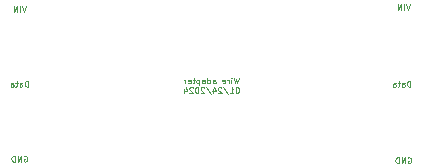
<source format=gbo>
G04 #@! TF.GenerationSoftware,KiCad,Pcbnew,7.0.2-0*
G04 #@! TF.CreationDate,2024-01-28T15:47:01-06:00*
G04 #@! TF.ProjectId,wire_adapter,77697265-5f61-4646-9170-7465722e6b69,rev?*
G04 #@! TF.SameCoordinates,Original*
G04 #@! TF.FileFunction,Legend,Bot*
G04 #@! TF.FilePolarity,Positive*
%FSLAX46Y46*%
G04 Gerber Fmt 4.6, Leading zero omitted, Abs format (unit mm)*
G04 Created by KiCad (PCBNEW 7.0.2-0) date 2024-01-28 15:47:01*
%MOMM*%
%LPD*%
G01*
G04 APERTURE LIST*
%ADD10C,0.125000*%
%ADD11C,2.600000*%
G04 APERTURE END LIST*
D10*
X128904952Y-101355119D02*
X128952571Y-101331309D01*
X128952571Y-101331309D02*
X129024000Y-101331309D01*
X129024000Y-101331309D02*
X129095428Y-101355119D01*
X129095428Y-101355119D02*
X129143047Y-101402738D01*
X129143047Y-101402738D02*
X129166857Y-101450357D01*
X129166857Y-101450357D02*
X129190666Y-101545595D01*
X129190666Y-101545595D02*
X129190666Y-101617023D01*
X129190666Y-101617023D02*
X129166857Y-101712261D01*
X129166857Y-101712261D02*
X129143047Y-101759880D01*
X129143047Y-101759880D02*
X129095428Y-101807500D01*
X129095428Y-101807500D02*
X129024000Y-101831309D01*
X129024000Y-101831309D02*
X128976381Y-101831309D01*
X128976381Y-101831309D02*
X128904952Y-101807500D01*
X128904952Y-101807500D02*
X128881143Y-101783690D01*
X128881143Y-101783690D02*
X128881143Y-101617023D01*
X128881143Y-101617023D02*
X128976381Y-101617023D01*
X128666857Y-101831309D02*
X128666857Y-101331309D01*
X128666857Y-101331309D02*
X128381143Y-101831309D01*
X128381143Y-101831309D02*
X128381143Y-101331309D01*
X128143047Y-101831309D02*
X128143047Y-101331309D01*
X128143047Y-101331309D02*
X128023999Y-101331309D01*
X128023999Y-101331309D02*
X127952571Y-101355119D01*
X127952571Y-101355119D02*
X127904952Y-101402738D01*
X127904952Y-101402738D02*
X127881142Y-101450357D01*
X127881142Y-101450357D02*
X127857333Y-101545595D01*
X127857333Y-101545595D02*
X127857333Y-101617023D01*
X127857333Y-101617023D02*
X127881142Y-101712261D01*
X127881142Y-101712261D02*
X127904952Y-101759880D01*
X127904952Y-101759880D02*
X127952571Y-101807500D01*
X127952571Y-101807500D02*
X128023999Y-101831309D01*
X128023999Y-101831309D02*
X128143047Y-101831309D01*
X161416952Y-101482119D02*
X161464571Y-101458309D01*
X161464571Y-101458309D02*
X161536000Y-101458309D01*
X161536000Y-101458309D02*
X161607428Y-101482119D01*
X161607428Y-101482119D02*
X161655047Y-101529738D01*
X161655047Y-101529738D02*
X161678857Y-101577357D01*
X161678857Y-101577357D02*
X161702666Y-101672595D01*
X161702666Y-101672595D02*
X161702666Y-101744023D01*
X161702666Y-101744023D02*
X161678857Y-101839261D01*
X161678857Y-101839261D02*
X161655047Y-101886880D01*
X161655047Y-101886880D02*
X161607428Y-101934500D01*
X161607428Y-101934500D02*
X161536000Y-101958309D01*
X161536000Y-101958309D02*
X161488381Y-101958309D01*
X161488381Y-101958309D02*
X161416952Y-101934500D01*
X161416952Y-101934500D02*
X161393143Y-101910690D01*
X161393143Y-101910690D02*
X161393143Y-101744023D01*
X161393143Y-101744023D02*
X161488381Y-101744023D01*
X161178857Y-101958309D02*
X161178857Y-101458309D01*
X161178857Y-101458309D02*
X160893143Y-101958309D01*
X160893143Y-101958309D02*
X160893143Y-101458309D01*
X160655047Y-101958309D02*
X160655047Y-101458309D01*
X160655047Y-101458309D02*
X160535999Y-101458309D01*
X160535999Y-101458309D02*
X160464571Y-101482119D01*
X160464571Y-101482119D02*
X160416952Y-101529738D01*
X160416952Y-101529738D02*
X160393142Y-101577357D01*
X160393142Y-101577357D02*
X160369333Y-101672595D01*
X160369333Y-101672595D02*
X160369333Y-101744023D01*
X160369333Y-101744023D02*
X160393142Y-101839261D01*
X160393142Y-101839261D02*
X160416952Y-101886880D01*
X160416952Y-101886880D02*
X160464571Y-101934500D01*
X160464571Y-101934500D02*
X160535999Y-101958309D01*
X160535999Y-101958309D02*
X160655047Y-101958309D01*
X129250190Y-95481309D02*
X129250190Y-94981309D01*
X129250190Y-94981309D02*
X129131142Y-94981309D01*
X129131142Y-94981309D02*
X129059714Y-95005119D01*
X129059714Y-95005119D02*
X129012095Y-95052738D01*
X129012095Y-95052738D02*
X128988285Y-95100357D01*
X128988285Y-95100357D02*
X128964476Y-95195595D01*
X128964476Y-95195595D02*
X128964476Y-95267023D01*
X128964476Y-95267023D02*
X128988285Y-95362261D01*
X128988285Y-95362261D02*
X129012095Y-95409880D01*
X129012095Y-95409880D02*
X129059714Y-95457500D01*
X129059714Y-95457500D02*
X129131142Y-95481309D01*
X129131142Y-95481309D02*
X129250190Y-95481309D01*
X128535904Y-95481309D02*
X128535904Y-95219404D01*
X128535904Y-95219404D02*
X128559714Y-95171785D01*
X128559714Y-95171785D02*
X128607333Y-95147976D01*
X128607333Y-95147976D02*
X128702571Y-95147976D01*
X128702571Y-95147976D02*
X128750190Y-95171785D01*
X128535904Y-95457500D02*
X128583523Y-95481309D01*
X128583523Y-95481309D02*
X128702571Y-95481309D01*
X128702571Y-95481309D02*
X128750190Y-95457500D01*
X128750190Y-95457500D02*
X128773999Y-95409880D01*
X128773999Y-95409880D02*
X128773999Y-95362261D01*
X128773999Y-95362261D02*
X128750190Y-95314642D01*
X128750190Y-95314642D02*
X128702571Y-95290833D01*
X128702571Y-95290833D02*
X128583523Y-95290833D01*
X128583523Y-95290833D02*
X128535904Y-95267023D01*
X128369237Y-95147976D02*
X128178761Y-95147976D01*
X128297809Y-94981309D02*
X128297809Y-95409880D01*
X128297809Y-95409880D02*
X128273999Y-95457500D01*
X128273999Y-95457500D02*
X128226380Y-95481309D01*
X128226380Y-95481309D02*
X128178761Y-95481309D01*
X127797809Y-95481309D02*
X127797809Y-95219404D01*
X127797809Y-95219404D02*
X127821619Y-95171785D01*
X127821619Y-95171785D02*
X127869238Y-95147976D01*
X127869238Y-95147976D02*
X127964476Y-95147976D01*
X127964476Y-95147976D02*
X128012095Y-95171785D01*
X127797809Y-95457500D02*
X127845428Y-95481309D01*
X127845428Y-95481309D02*
X127964476Y-95481309D01*
X127964476Y-95481309D02*
X128012095Y-95457500D01*
X128012095Y-95457500D02*
X128035904Y-95409880D01*
X128035904Y-95409880D02*
X128035904Y-95362261D01*
X128035904Y-95362261D02*
X128012095Y-95314642D01*
X128012095Y-95314642D02*
X127964476Y-95290833D01*
X127964476Y-95290833D02*
X127845428Y-95290833D01*
X127845428Y-95290833D02*
X127797809Y-95267023D01*
X161635190Y-95481309D02*
X161635190Y-94981309D01*
X161635190Y-94981309D02*
X161516142Y-94981309D01*
X161516142Y-94981309D02*
X161444714Y-95005119D01*
X161444714Y-95005119D02*
X161397095Y-95052738D01*
X161397095Y-95052738D02*
X161373285Y-95100357D01*
X161373285Y-95100357D02*
X161349476Y-95195595D01*
X161349476Y-95195595D02*
X161349476Y-95267023D01*
X161349476Y-95267023D02*
X161373285Y-95362261D01*
X161373285Y-95362261D02*
X161397095Y-95409880D01*
X161397095Y-95409880D02*
X161444714Y-95457500D01*
X161444714Y-95457500D02*
X161516142Y-95481309D01*
X161516142Y-95481309D02*
X161635190Y-95481309D01*
X160920904Y-95481309D02*
X160920904Y-95219404D01*
X160920904Y-95219404D02*
X160944714Y-95171785D01*
X160944714Y-95171785D02*
X160992333Y-95147976D01*
X160992333Y-95147976D02*
X161087571Y-95147976D01*
X161087571Y-95147976D02*
X161135190Y-95171785D01*
X160920904Y-95457500D02*
X160968523Y-95481309D01*
X160968523Y-95481309D02*
X161087571Y-95481309D01*
X161087571Y-95481309D02*
X161135190Y-95457500D01*
X161135190Y-95457500D02*
X161158999Y-95409880D01*
X161158999Y-95409880D02*
X161158999Y-95362261D01*
X161158999Y-95362261D02*
X161135190Y-95314642D01*
X161135190Y-95314642D02*
X161087571Y-95290833D01*
X161087571Y-95290833D02*
X160968523Y-95290833D01*
X160968523Y-95290833D02*
X160920904Y-95267023D01*
X160754237Y-95147976D02*
X160563761Y-95147976D01*
X160682809Y-94981309D02*
X160682809Y-95409880D01*
X160682809Y-95409880D02*
X160658999Y-95457500D01*
X160658999Y-95457500D02*
X160611380Y-95481309D01*
X160611380Y-95481309D02*
X160563761Y-95481309D01*
X160182809Y-95481309D02*
X160182809Y-95219404D01*
X160182809Y-95219404D02*
X160206619Y-95171785D01*
X160206619Y-95171785D02*
X160254238Y-95147976D01*
X160254238Y-95147976D02*
X160349476Y-95147976D01*
X160349476Y-95147976D02*
X160397095Y-95171785D01*
X160182809Y-95457500D02*
X160230428Y-95481309D01*
X160230428Y-95481309D02*
X160349476Y-95481309D01*
X160349476Y-95481309D02*
X160397095Y-95457500D01*
X160397095Y-95457500D02*
X160420904Y-95409880D01*
X160420904Y-95409880D02*
X160420904Y-95362261D01*
X160420904Y-95362261D02*
X160397095Y-95314642D01*
X160397095Y-95314642D02*
X160349476Y-95290833D01*
X160349476Y-95290833D02*
X160230428Y-95290833D01*
X160230428Y-95290833D02*
X160182809Y-95267023D01*
X129071618Y-88631309D02*
X128904952Y-89131309D01*
X128904952Y-89131309D02*
X128738285Y-88631309D01*
X128571619Y-89131309D02*
X128571619Y-88631309D01*
X128333524Y-89131309D02*
X128333524Y-88631309D01*
X128333524Y-88631309D02*
X128047810Y-89131309D01*
X128047810Y-89131309D02*
X128047810Y-88631309D01*
X161583618Y-88504309D02*
X161416952Y-89004309D01*
X161416952Y-89004309D02*
X161250285Y-88504309D01*
X161083619Y-89004309D02*
X161083619Y-88504309D01*
X160845524Y-89004309D02*
X160845524Y-88504309D01*
X160845524Y-88504309D02*
X160559810Y-89004309D01*
X160559810Y-89004309D02*
X160559810Y-88504309D01*
X147089523Y-94703309D02*
X146970475Y-95203309D01*
X146970475Y-95203309D02*
X146875237Y-94846166D01*
X146875237Y-94846166D02*
X146779999Y-95203309D01*
X146779999Y-95203309D02*
X146660952Y-94703309D01*
X146470475Y-95203309D02*
X146470475Y-94869976D01*
X146470475Y-94703309D02*
X146494284Y-94727119D01*
X146494284Y-94727119D02*
X146470475Y-94750928D01*
X146470475Y-94750928D02*
X146446665Y-94727119D01*
X146446665Y-94727119D02*
X146470475Y-94703309D01*
X146470475Y-94703309D02*
X146470475Y-94750928D01*
X146232380Y-95203309D02*
X146232380Y-94869976D01*
X146232380Y-94965214D02*
X146208570Y-94917595D01*
X146208570Y-94917595D02*
X146184761Y-94893785D01*
X146184761Y-94893785D02*
X146137142Y-94869976D01*
X146137142Y-94869976D02*
X146089523Y-94869976D01*
X145732380Y-95179500D02*
X145779999Y-95203309D01*
X145779999Y-95203309D02*
X145875237Y-95203309D01*
X145875237Y-95203309D02*
X145922856Y-95179500D01*
X145922856Y-95179500D02*
X145946665Y-95131880D01*
X145946665Y-95131880D02*
X145946665Y-94941404D01*
X145946665Y-94941404D02*
X145922856Y-94893785D01*
X145922856Y-94893785D02*
X145875237Y-94869976D01*
X145875237Y-94869976D02*
X145779999Y-94869976D01*
X145779999Y-94869976D02*
X145732380Y-94893785D01*
X145732380Y-94893785D02*
X145708570Y-94941404D01*
X145708570Y-94941404D02*
X145708570Y-94989023D01*
X145708570Y-94989023D02*
X145946665Y-95036642D01*
X144899047Y-95203309D02*
X144899047Y-94941404D01*
X144899047Y-94941404D02*
X144922857Y-94893785D01*
X144922857Y-94893785D02*
X144970476Y-94869976D01*
X144970476Y-94869976D02*
X145065714Y-94869976D01*
X145065714Y-94869976D02*
X145113333Y-94893785D01*
X144899047Y-95179500D02*
X144946666Y-95203309D01*
X144946666Y-95203309D02*
X145065714Y-95203309D01*
X145065714Y-95203309D02*
X145113333Y-95179500D01*
X145113333Y-95179500D02*
X145137142Y-95131880D01*
X145137142Y-95131880D02*
X145137142Y-95084261D01*
X145137142Y-95084261D02*
X145113333Y-95036642D01*
X145113333Y-95036642D02*
X145065714Y-95012833D01*
X145065714Y-95012833D02*
X144946666Y-95012833D01*
X144946666Y-95012833D02*
X144899047Y-94989023D01*
X144446666Y-95203309D02*
X144446666Y-94703309D01*
X144446666Y-95179500D02*
X144494285Y-95203309D01*
X144494285Y-95203309D02*
X144589523Y-95203309D01*
X144589523Y-95203309D02*
X144637142Y-95179500D01*
X144637142Y-95179500D02*
X144660952Y-95155690D01*
X144660952Y-95155690D02*
X144684761Y-95108071D01*
X144684761Y-95108071D02*
X144684761Y-94965214D01*
X144684761Y-94965214D02*
X144660952Y-94917595D01*
X144660952Y-94917595D02*
X144637142Y-94893785D01*
X144637142Y-94893785D02*
X144589523Y-94869976D01*
X144589523Y-94869976D02*
X144494285Y-94869976D01*
X144494285Y-94869976D02*
X144446666Y-94893785D01*
X143994285Y-95203309D02*
X143994285Y-94941404D01*
X143994285Y-94941404D02*
X144018095Y-94893785D01*
X144018095Y-94893785D02*
X144065714Y-94869976D01*
X144065714Y-94869976D02*
X144160952Y-94869976D01*
X144160952Y-94869976D02*
X144208571Y-94893785D01*
X143994285Y-95179500D02*
X144041904Y-95203309D01*
X144041904Y-95203309D02*
X144160952Y-95203309D01*
X144160952Y-95203309D02*
X144208571Y-95179500D01*
X144208571Y-95179500D02*
X144232380Y-95131880D01*
X144232380Y-95131880D02*
X144232380Y-95084261D01*
X144232380Y-95084261D02*
X144208571Y-95036642D01*
X144208571Y-95036642D02*
X144160952Y-95012833D01*
X144160952Y-95012833D02*
X144041904Y-95012833D01*
X144041904Y-95012833D02*
X143994285Y-94989023D01*
X143756190Y-94869976D02*
X143756190Y-95369976D01*
X143756190Y-94893785D02*
X143708571Y-94869976D01*
X143708571Y-94869976D02*
X143613333Y-94869976D01*
X143613333Y-94869976D02*
X143565714Y-94893785D01*
X143565714Y-94893785D02*
X143541904Y-94917595D01*
X143541904Y-94917595D02*
X143518095Y-94965214D01*
X143518095Y-94965214D02*
X143518095Y-95108071D01*
X143518095Y-95108071D02*
X143541904Y-95155690D01*
X143541904Y-95155690D02*
X143565714Y-95179500D01*
X143565714Y-95179500D02*
X143613333Y-95203309D01*
X143613333Y-95203309D02*
X143708571Y-95203309D01*
X143708571Y-95203309D02*
X143756190Y-95179500D01*
X143375237Y-94869976D02*
X143184761Y-94869976D01*
X143303809Y-94703309D02*
X143303809Y-95131880D01*
X143303809Y-95131880D02*
X143279999Y-95179500D01*
X143279999Y-95179500D02*
X143232380Y-95203309D01*
X143232380Y-95203309D02*
X143184761Y-95203309D01*
X142827619Y-95179500D02*
X142875238Y-95203309D01*
X142875238Y-95203309D02*
X142970476Y-95203309D01*
X142970476Y-95203309D02*
X143018095Y-95179500D01*
X143018095Y-95179500D02*
X143041904Y-95131880D01*
X143041904Y-95131880D02*
X143041904Y-94941404D01*
X143041904Y-94941404D02*
X143018095Y-94893785D01*
X143018095Y-94893785D02*
X142970476Y-94869976D01*
X142970476Y-94869976D02*
X142875238Y-94869976D01*
X142875238Y-94869976D02*
X142827619Y-94893785D01*
X142827619Y-94893785D02*
X142803809Y-94941404D01*
X142803809Y-94941404D02*
X142803809Y-94989023D01*
X142803809Y-94989023D02*
X143041904Y-95036642D01*
X142589524Y-95203309D02*
X142589524Y-94869976D01*
X142589524Y-94965214D02*
X142565714Y-94917595D01*
X142565714Y-94917595D02*
X142541905Y-94893785D01*
X142541905Y-94893785D02*
X142494286Y-94869976D01*
X142494286Y-94869976D02*
X142446667Y-94869976D01*
X146994284Y-95513309D02*
X146946665Y-95513309D01*
X146946665Y-95513309D02*
X146899046Y-95537119D01*
X146899046Y-95537119D02*
X146875236Y-95560928D01*
X146875236Y-95560928D02*
X146851427Y-95608547D01*
X146851427Y-95608547D02*
X146827617Y-95703785D01*
X146827617Y-95703785D02*
X146827617Y-95822833D01*
X146827617Y-95822833D02*
X146851427Y-95918071D01*
X146851427Y-95918071D02*
X146875236Y-95965690D01*
X146875236Y-95965690D02*
X146899046Y-95989500D01*
X146899046Y-95989500D02*
X146946665Y-96013309D01*
X146946665Y-96013309D02*
X146994284Y-96013309D01*
X146994284Y-96013309D02*
X147041903Y-95989500D01*
X147041903Y-95989500D02*
X147065712Y-95965690D01*
X147065712Y-95965690D02*
X147089522Y-95918071D01*
X147089522Y-95918071D02*
X147113331Y-95822833D01*
X147113331Y-95822833D02*
X147113331Y-95703785D01*
X147113331Y-95703785D02*
X147089522Y-95608547D01*
X147089522Y-95608547D02*
X147065712Y-95560928D01*
X147065712Y-95560928D02*
X147041903Y-95537119D01*
X147041903Y-95537119D02*
X146994284Y-95513309D01*
X146351427Y-96013309D02*
X146637141Y-96013309D01*
X146494284Y-96013309D02*
X146494284Y-95513309D01*
X146494284Y-95513309D02*
X146541903Y-95584738D01*
X146541903Y-95584738D02*
X146589522Y-95632357D01*
X146589522Y-95632357D02*
X146637141Y-95656166D01*
X145779999Y-95489500D02*
X146208570Y-96132357D01*
X145637141Y-95560928D02*
X145613332Y-95537119D01*
X145613332Y-95537119D02*
X145565713Y-95513309D01*
X145565713Y-95513309D02*
X145446665Y-95513309D01*
X145446665Y-95513309D02*
X145399046Y-95537119D01*
X145399046Y-95537119D02*
X145375237Y-95560928D01*
X145375237Y-95560928D02*
X145351427Y-95608547D01*
X145351427Y-95608547D02*
X145351427Y-95656166D01*
X145351427Y-95656166D02*
X145375237Y-95727595D01*
X145375237Y-95727595D02*
X145660951Y-96013309D01*
X145660951Y-96013309D02*
X145351427Y-96013309D01*
X144922856Y-95679976D02*
X144922856Y-96013309D01*
X145041904Y-95489500D02*
X145160951Y-95846642D01*
X145160951Y-95846642D02*
X144851428Y-95846642D01*
X144303809Y-95489500D02*
X144732380Y-96132357D01*
X144160951Y-95560928D02*
X144137142Y-95537119D01*
X144137142Y-95537119D02*
X144089523Y-95513309D01*
X144089523Y-95513309D02*
X143970475Y-95513309D01*
X143970475Y-95513309D02*
X143922856Y-95537119D01*
X143922856Y-95537119D02*
X143899047Y-95560928D01*
X143899047Y-95560928D02*
X143875237Y-95608547D01*
X143875237Y-95608547D02*
X143875237Y-95656166D01*
X143875237Y-95656166D02*
X143899047Y-95727595D01*
X143899047Y-95727595D02*
X144184761Y-96013309D01*
X144184761Y-96013309D02*
X143875237Y-96013309D01*
X143565714Y-95513309D02*
X143518095Y-95513309D01*
X143518095Y-95513309D02*
X143470476Y-95537119D01*
X143470476Y-95537119D02*
X143446666Y-95560928D01*
X143446666Y-95560928D02*
X143422857Y-95608547D01*
X143422857Y-95608547D02*
X143399047Y-95703785D01*
X143399047Y-95703785D02*
X143399047Y-95822833D01*
X143399047Y-95822833D02*
X143422857Y-95918071D01*
X143422857Y-95918071D02*
X143446666Y-95965690D01*
X143446666Y-95965690D02*
X143470476Y-95989500D01*
X143470476Y-95989500D02*
X143518095Y-96013309D01*
X143518095Y-96013309D02*
X143565714Y-96013309D01*
X143565714Y-96013309D02*
X143613333Y-95989500D01*
X143613333Y-95989500D02*
X143637142Y-95965690D01*
X143637142Y-95965690D02*
X143660952Y-95918071D01*
X143660952Y-95918071D02*
X143684761Y-95822833D01*
X143684761Y-95822833D02*
X143684761Y-95703785D01*
X143684761Y-95703785D02*
X143660952Y-95608547D01*
X143660952Y-95608547D02*
X143637142Y-95560928D01*
X143637142Y-95560928D02*
X143613333Y-95537119D01*
X143613333Y-95537119D02*
X143565714Y-95513309D01*
X143208571Y-95560928D02*
X143184762Y-95537119D01*
X143184762Y-95537119D02*
X143137143Y-95513309D01*
X143137143Y-95513309D02*
X143018095Y-95513309D01*
X143018095Y-95513309D02*
X142970476Y-95537119D01*
X142970476Y-95537119D02*
X142946667Y-95560928D01*
X142946667Y-95560928D02*
X142922857Y-95608547D01*
X142922857Y-95608547D02*
X142922857Y-95656166D01*
X142922857Y-95656166D02*
X142946667Y-95727595D01*
X142946667Y-95727595D02*
X143232381Y-96013309D01*
X143232381Y-96013309D02*
X142922857Y-96013309D01*
X142494286Y-95679976D02*
X142494286Y-96013309D01*
X142613334Y-95489500D02*
X142732381Y-95846642D01*
X142732381Y-95846642D02*
X142422858Y-95846642D01*
%LPC*%
D11*
G04 #@! TO.C,J6*
X157480000Y-101600000D03*
G04 #@! TD*
G04 #@! TO.C,J5*
X157480000Y-95250000D03*
G04 #@! TD*
G04 #@! TO.C,J4*
X157480000Y-88900000D03*
G04 #@! TD*
G04 #@! TO.C,J3*
X132080000Y-101600000D03*
G04 #@! TD*
G04 #@! TO.C,J2*
X132080000Y-95250000D03*
G04 #@! TD*
G04 #@! TO.C,J1*
X132080000Y-88900000D03*
G04 #@! TD*
%LPD*%
M02*

</source>
